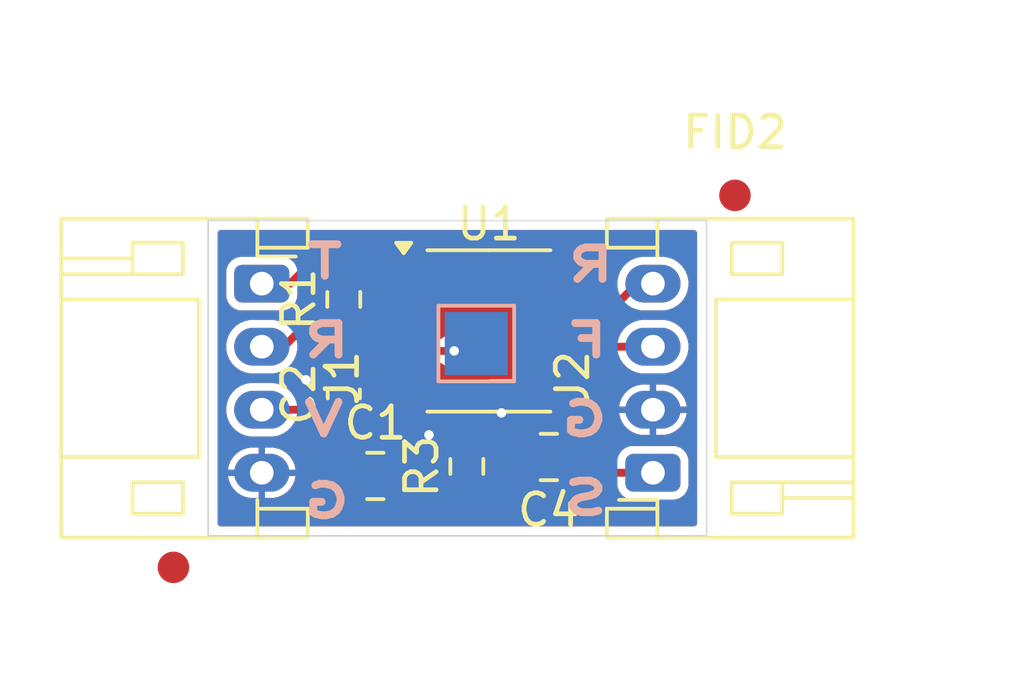
<source format=kicad_pcb>
(kicad_pcb (version 20240108) (generator "pcbnew") (generator_version "8.0")
  (layers (0 "F.Cu" signal) (31 "B.Cu" signal) (34 "B.Paste" user) (35 "F.Paste" user) (36 "B.SilkS" user "B.Silkscreen") (37 "F.SilkS" user "F.Silkscreen") (38 "B.Mask" user) (39 "F.Mask" user) (44 "Edge.Cuts" user))
  (net 0 "")
  (net 1 "+5V")
  (net 2 "GND")
  (net 3 "/OUT_R")
  (net 4 "/OUT_F")
  (net 5 "Net-(J1-Pin_2)")
  (net 6 "/PWM")
  (net 7 "/URX")
  (net 8 "/SWIO")
  (net 9 "Net-(J2-Pin_1)")
  (net 10 "Net-(U1-PA2)")
  (footprint "Package_SO:SOP-8_3.9x4.9mm_P1.27mm" (layer "F.Cu") (at 166.2 108.4)
    (property "Reference" "U1" (at 0 -3.4 360) (layer "F.SilkS"))
    (property "Value" "CH32V003J4M6" (hide yes))
    (fp_line (start 0 -2.559999) (end -1.95 -2.56) (stroke (width 0.12)) (layer "F.SilkS"))
    (fp_line (start 0 -2.559999) (end 1.95 -2.56) (stroke (width 0.12)) (layer "F.SilkS"))
    (fp_line (start 0 2.559999) (end -1.95 2.56) (stroke (width 0.12)) (layer "F.SilkS"))
    (fp_line (start 0 2.559999) (end 1.95 2.56) (stroke (width 0.12)) (layer "F.SilkS"))
    (fp_poly (pts (xy -2.7 -2.465) (xy -2.939999 -2.795) (xy -2.46 -2.795) (xy -2.7 -2.465)) (stroke (width 0.12)) (fill solid) (layer "F.SilkS"))
    (pad "1" smd roundrect (at -2.625 -1.905) (size 1.65 0.6) (layers "F.Cu" "F.Paste" "F.Mask") (net 7 "/URX"))
    (pad "2" smd roundrect (at -2.625 -0.635) (size 1.65 0.6) (layers "F.Cu" "F.Paste" "F.Mask") (net 2 "GND"))
    (pad "3" smd roundrect (at -2.625 0.635) (size 1.65 0.6) (layers "F.Cu" "F.Paste" "F.Mask") (net 10 "Net-(U1-PA2)"))
    (pad "4" smd roundrect (at -2.625 1.905) (size 1.65 0.6) (layers "F.Cu" "F.Paste" "F.Mask") (net 1 "+5V"))
    (pad "5" smd roundrect (at 2.625 1.905) (size 1.65 0.6) (layers "F.Cu" "F.Paste" "F.Mask") (net 6 "/PWM"))
    (pad "6" smd roundrect (at 2.625 0.635) (size 1.65 0.6) (layers "F.Cu" "F.Paste" "F.Mask") (net 4 "/OUT_F"))
    (pad "7" smd roundrect (at 2.625 -0.635) (size 1.65 0.6) (layers "F.Cu" "F.Paste" "F.Mask") (net 3 "/OUT_R"))
    (pad "8" smd roundrect (at 2.625 -1.905) (size 1.65 0.6) (layers "F.Cu" "F.Paste" "F.Mask") (net 8 "/SWIO"))
  )
  (footprint "Capacitor_SMD:C_0805_2012Metric" (layer "F.Cu") (at 168.1 112.4 180)
    (property "Reference" "C4" (at 0 -1.679999 180) (layer "F.SilkS"))
    (property "Value" "10uF")
    (fp_line (start -0.261253 0.735) (end 0.261253 0.735) (stroke (width 0.12)) (layer "F.SilkS"))
    (fp_line (start -0.261253 -0.735) (end 0.261253 -0.735) (stroke (width 0.12)) (layer "F.SilkS"))
    (pad "1" smd roundrect (at -0.949999 0 180) (size 1 1.45) (layers "F.Cu" "F.Paste" "F.Mask") (net 9 "Net-(J2-Pin_1)"))
    (pad "2" smd roundrect (at 0.949999 0 180) (size 1 1.45) (layers "F.Cu" "F.Paste" "F.Mask") (net 2 "GND"))
  )
  (footprint "Fiducial:Fiducial_1mm_Mask2mm" (layer "F.Cu") (at 174 104.1)
    (property "Reference" "FID2" (at 0 -2 0) (layer "F.SilkS"))
    (property "Value" "Fiducial" (hide yes))
    (pad "" smd circle (at 0 0) (size 1 1) (layers "F.Cu" "F.Mask") (clearance 0.5))
  )
  (footprint "Connector_JST:JST_PH_S4B-PH-K_1x04_P2.00mm_Horizontal" (layer "F.Cu") (at 171.4 112.9 90)
    (property "Reference" "J2" (at 3 -2.55 90) (layer "F.SilkS"))
    (property "Value" "Conn_01x03")
    (fp_line (start 8.06 -1.46) (end 7.14 -1.46) (stroke (width 0.12)) (layer "F.SilkS"))
    (fp_line (start 7.14 -1.46) (end 7.14 0.14) (stroke (width 0.12)) (layer "F.SilkS"))
    (fp_line (start -1.14 -1.46) (end -2.06 -1.46) (stroke (width 0.12)) (layer "F.SilkS"))
    (fp_line (start -2.06 -1.46) (end -2.06 6.36) (stroke (width 0.12)) (layer "F.SilkS"))
    (fp_line (start 8.06 0.14) (end 7.14 0.14) (stroke (width 0.12)) (layer "F.SilkS"))
    (fp_line (start 7.14 0.14) (end 6.86 0.14) (stroke (width 0.12)) (layer "F.SilkS"))
    (fp_line (start -0.86 0.14) (end -0.86 -1.075) (stroke (width 0.12)) (layer "F.SilkS"))
    (fp_line (start -0.86 0.14) (end -1.14 0.14) (stroke (width 0.12)) (layer "F.SilkS"))
    (fp_line (start -1.14 0.14) (end -1.14 -1.46) (stroke (width 0.12)) (layer "F.SilkS"))
    (fp_line (start -2.06 0.14) (end -1.14 0.14) (stroke (width 0.12)) (layer "F.SilkS"))
    (fp_line (start 5.5 2) (end 5.5 6.36) (stroke (width 0.12)) (layer "F.SilkS"))
    (fp_line (start 0.5 2) (end 5.5 2) (stroke (width 0.12)) (layer "F.SilkS"))
    (fp_line (start 7.3 2.5) (end 7.3 4.1) (stroke (width 0.12)) (layer "F.SilkS"))
    (fp_line (start 6.3 2.5) (end 7.3 2.5) (stroke (width 0.12)) (layer "F.SilkS"))
    (fp_line (start -0.3 2.5) (end -1.3 2.5) (stroke (width 0.12)) (layer "F.SilkS"))
    (fp_line (start -1.3 2.5) (end -1.3 4.1) (stroke (width 0.12)) (layer "F.SilkS"))
    (fp_line (start 7.3 4.1) (end 6.3 4.1) (stroke (width 0.12)) (layer "F.SilkS"))
    (fp_line (start 6.3 4.1) (end 6.3 2.5) (stroke (width 0.12)) (layer "F.SilkS"))
    (fp_line (start -0.3 4.1) (end -0.3 2.5) (stroke (width 0.12)) (layer "F.SilkS"))
    (fp_line (start -0.3 4.1) (end -0.3 6.36) (stroke (width 0.12)) (layer "F.SilkS"))
    (fp_line (start -0.8 4.1) (end -0.8 6.36) (stroke (width 0.12)) (layer "F.SilkS"))
    (fp_line (start -1.3 4.1) (end -0.3 4.1) (stroke (width 0.12)) (layer "F.SilkS"))
    (fp_line (start 8.06 6.36) (end 8.06 -1.46) (stroke (width 0.12)) (layer "F.SilkS"))
    (fp_line (start 0.5 6.36) (end 0.5 2) (stroke (width 0.12)) (layer "F.SilkS"))
    (fp_line (start -2.06 6.36) (end 8.06 6.36) (stroke (width 0.12)) (layer "F.SilkS"))
    (pad "1" thru_hole roundrect (at 0 0 90) (size 1.2 1.75) (drill 0.75) (layers "*.Cu" "B.Mask") (roundrect_rratio 0.208333) (net 9 "Net-(J2-Pin_1)"))
    (pad "2" thru_hole oval (at 2 0 90) (size 1.2 1.75) (drill 0.75) (layers "*.Cu" "B.Mask") (net 2 "GND"))
    (pad "3" thru_hole oval (at 4 0 90) (size 1.2 1.75) (drill 0.75) (layers "*.Cu" "B.Mask") (net 4 "/OUT_F"))
    (pad "4" thru_hole oval (at 6 0 90) (size 1.2 1.75) (drill 0.75) (layers "*.Cu" "B.Mask") (net 3 "/OUT_R"))
  )
  (footprint "Capacitor_SMD:C_0805_2012Metric" (layer "F.Cu") (at 162.6 113)
    (property "Reference" "C1" (at 0 -1.679999 360) (layer "F.SilkS"))
    (property "Value" "10uF" (hide yes))
    (fp_line (start -0.261253 -0.735) (end 0.261253 -0.735) (stroke (width 0.12)) (layer "F.SilkS"))
    (fp_line (start -0.261253 0.735) (end 0.261253 0.735) (stroke (width 0.12)) (layer "F.SilkS"))
    (pad "1" smd roundrect (at -0.949999 0) (size 1 1.45) (layers "F.Cu" "F.Paste" "F.Mask") (net 1 "+5V"))
    (pad "2" smd roundrect (at 0.949999 0) (size 1 1.45) (layers "F.Cu" "F.Paste" "F.Mask") (net 2 "GND"))
  )
  (footprint "Resistor_SMD:R_0603_1608Metric" (layer "F.Cu") (at 161.6 107.4 90)
    (property "Reference" "R1" (at 0 -1.43 270) (layer "F.SilkS"))
    (property "Value" "4.7k" (hide yes))
    (fp_line (start -0.237258 -0.5225) (end 0.237258 -0.5225) (stroke (width 0.12)) (layer "F.SilkS"))
    (fp_line (start -0.237258 0.5225) (end 0.237258 0.5225) (stroke (width 0.12)) (layer "F.SilkS"))
    (pad "1" smd roundrect (at -0.825 0 90) (size 0.8 0.95) (layers "F.Cu" "F.Paste" "F.Mask") (net 5 "Net-(J1-Pin_2)"))
    (pad "2" smd roundrect (at 0.825 0 90) (size 0.8 0.95) (layers "F.Cu" "F.Paste" "F.Mask") (net 7 "/URX"))
  )
  (footprint "Fiducial:Fiducial_1mm_Mask2mm" (layer "F.Cu") (at 156.2 115.9)
    (property "Reference" "FID1" (hide yes))
    (property "Value" "Fiducial" (hide yes))
    (pad "" smd circle (at 0 0) (size 1 1) (layers "F.Cu" "F.Mask") (clearance 0.5))
  )
  (footprint "Connector_JST:JST_PH_S4B-PH-K_1x04_P2.00mm_Horizontal" (layer "F.Cu") (at 159 106.9 -90)
    (property "Reference" "J1" (at 3 -2.55 -90) (layer "F.SilkS"))
    (property "Value" "Conn_01x03")
    (fp_line (start -2.06 6.36) (end 8.06 6.36) (stroke (width 0.12)) (layer "F.SilkS"))
    (fp_line (start 0.5 6.36) (end 0.5 2) (stroke (width 0.12)) (layer "F.SilkS"))
    (fp_line (start 8.06 6.36) (end 8.06 -1.46) (stroke (width 0.12)) (layer "F.SilkS"))
    (fp_line (start -1.3 4.1) (end -0.3 4.1) (stroke (width 0.12)) (layer "F.SilkS"))
    (fp_line (start -0.8 4.1) (end -0.8 6.36) (stroke (width 0.12)) (layer "F.SilkS"))
    (fp_line (start -0.3 4.1) (end -0.3 6.36) (stroke (width 0.12)) (layer "F.SilkS"))
    (fp_line (start -0.3 4.1) (end -0.3 2.5) (stroke (width 0.12)) (layer "F.SilkS"))
    (fp_line (start 6.3 4.1) (end 6.3 2.5) (stroke (width 0.12)) (layer "F.SilkS"))
    (fp_line (start 7.3 4.1) (end 6.3 4.1) (stroke (width 0.12)) (layer "F.SilkS"))
    (fp_line (start -1.3 2.5) (end -1.3 4.1) (stroke (width 0.12)) (layer "F.SilkS"))
    (fp_line (start -0.3 2.5) (end -1.3 2.5) (stroke (width 0.12)) (layer "F.SilkS"))
    (fp_line (start 6.3 2.5) (end 7.3 2.5) (stroke (width 0.12)) (layer "F.SilkS"))
    (fp_line (start 7.3 2.5) (end 7.3 4.1) (stroke (width 0.12)) (layer "F.SilkS"))
    (fp_line (start 0.5 2) (end 5.5 2) (stroke (width 0.12)) (layer "F.SilkS"))
    (fp_line (start 5.5 2) (end 5.5 6.36) (stroke (width 0.12)) (layer "F.SilkS"))
    (fp_line (start -2.06 0.14) (end -1.14 0.14) (stroke (width 0.12)) (layer "F.SilkS"))
    (fp_line (start -1.14 0.14) (end -1.14 -1.46) (stroke (width 0.12)) (layer "F.SilkS"))
    (fp_line (start -0.86 0.14) (end -1.14 0.14) (stroke (width 0.12)) (layer "F.SilkS"))
    (fp_line (start -0.86 0.14) (end -0.86 -1.075) (stroke (width 0.12)) (layer "F.SilkS"))
    (fp_line (start 7.14 0.14) (end 6.86 0.14) (stroke (width 0.12)) (layer "F.SilkS"))
    (fp_line (start 8.06 0.14) (end 7.14 0.14) (stroke (width 0.12)) (layer "F.SilkS"))
    (fp_line (start -2.06 -1.46) (end -2.06 6.36) (stroke (width 0.12)) (layer "F.SilkS"))
    (fp_line (start -1.14 -1.46) (end -2.06 -1.46) (stroke (width 0.12)) (layer "F.SilkS"))
    (fp_line (start 7.14 -1.46) (end 7.14 0.14) (stroke (width 0.12)) (layer "F.SilkS"))
    (fp_line (start 8.06 -1.46) (end 7.14 -1.46) (stroke (width 0.12)) (layer "F.SilkS"))
    (pad "1" thru_hole roundrect (at 0 0 270) (size 1.2 1.75) (drill 0.75) (layers "*.Cu" "B.Mask") (roundrect_rratio 0.208333) (net 8 "/SWIO"))
    (pad "2" thru_hole oval (at 2 0 270) (size 1.2 1.75) (drill 0.75) (layers "*.Cu" "B.Mask") (net 5 "Net-(J1-Pin_2)"))
    (pad "3" thru_hole oval (at 4 0 270) (size 1.2 1.75) (drill 0.75) (layers "*.Cu" "B.Mask") (net 1 "+5V"))
    (pad "4" thru_hole oval (at 6 0 270) (size 1.2 1.75) (drill 0.75) (layers "*.Cu" "B.Mask") (net 2 "GND"))
  )
  (footprint "Resistor_SMD:R_0603_1608Metric" (layer "F.Cu") (at 165.5 112.7 90)
    (property "Reference" "R3" (at 0 -1.43 270) (layer "F.SilkS"))
    (property "Value" "4.7k" (hide yes))
    (fp_line (start -0.237258 -0.5225) (end 0.237258 -0.5225) (stroke (width 0.12)) (layer "F.SilkS"))
    (fp_line (start -0.237258 0.5225) (end 0.237258 0.5225) (stroke (width 0.12)) (layer "F.SilkS"))
    (pad "1" smd roundrect (at -0.825 0 90) (size 0.8 0.95) (layers "F.Cu" "F.Paste" "F.Mask") (net 9 "Net-(J2-Pin_1)"))
    (pad "2" smd roundrect (at 0.825 0 90) (size 0.8 0.95) (layers "F.Cu" "F.Paste" "F.Mask") (net 6 "/PWM"))
  )
  (footprint "Capacitor_SMD:C_0603_1608Metric" (layer "F.Cu") (at 161.6 110.4 90)
    (property "Reference" "C2" (at 0 -1.43 -90) (layer "F.SilkS"))
    (property "Value" "0.1uF" (hide yes))
    (fp_line (start -0.140581 -0.51) (end 0.140581 -0.51) (stroke (width 0.12)) (layer "F.SilkS"))
    (fp_line (start -0.140581 0.51) (end 0.140581 0.51) (stroke (width 0.12)) (layer "F.SilkS"))
    (pad "1" smd roundrect (at -0.775 0 90) (size 0.9 0.95) (layers "F.Cu" "F.Paste" "F.Mask") (net 1 "+5V"))
    (pad "2" smd roundrect (at 0.775 0 90) (size 0.9 0.95) (layers "F.Cu" "F.Paste" "F.Mask") (net 2 "GND"))
  )
  (footprint "TestPoint:TestPoint_Pad_2.0x2.0mm" (layer "B.Cu") (at 165.8 108.8 180)
    (property "Reference" "TP1" (hide yes))
    (property "Value" "TestPoint" (hide yes))
    (fp_line (start 1.2 1.2) (end -1.2 1.2) (stroke (width 0.12)) (layer "B.SilkS"))
    (fp_line (start 1.2 -1.2) (end 1.2 1.2) (stroke (width 0.12)) (layer "B.SilkS"))
    (fp_line (start -1.2 1.2) (end -1.2 -1.2) (stroke (width 0.12)) (layer "B.SilkS"))
    (fp_line (start -1.2 -1.2) (end 1.2 -1.2) (stroke (width 0.12)) (layer "B.SilkS"))
    (pad "1" smd rect (at 0 0 180) (size 2 2) (layers "B.Cu" "B.Mask") (net 10 "Net-(U1-PA2)"))
  )
  (gr_rect (start 157.3 104.9) (end 173.1 114.9) (stroke (width 0.05)) (fill none) (layer "Edge.Cuts"))
  (gr_text "R" (at 160.2 108.7 0) (layer "B.SilkS") (effects (font (size 1 1.4) (thickness 0.25) (bold yes)) (justify right mirror)))
  (gr_text "T" (at 160.3 106.2 0) (layer "B.SilkS") (effects (font (size 1 1.4) (thickness 0.25) (bold yes)) (justify right mirror)))
  (gr_text "V" (at 160.2 111.2 0) (layer "B.SilkS") (effects (font (size 1 1.4) (thickness 0.25) (bold yes)) (justify right mirror)))
  (gr_text "S" (at 170.1 113.7 0) (layer "B.SilkS") (effects (font (size 1 1.4) (thickness 0.25) (bold yes)) (justify left mirror)))
  (gr_text "G" (at 170.1 111.2 0) (layer "B.SilkS") (effects (font (size 1 1.4) (thickness 0.25) (bold yes)) (justify left mirror)))
  (gr_text "F" (at 170.1 108.7 0) (layer "B.SilkS") (effects (font (size 1 1.4) (thickness 0.25) (bold yes)) (justify left mirror)))
  (gr_text "R" (at 170.3 106.3 0) (layer "B.SilkS") (effects (font (size 1 1.4) (thickness 0.25) (bold yes)) (justify left mirror)))
  (gr_text "G" (at 160.2 113.8 0) (layer "B.SilkS") (effects (font (size 1 1.4) (thickness 0.25) (bold yes)) (justify right mirror)))
  (segment (start 163.8 110.9) (end 163.8 110.5) (width 0.25) (layer "F.Cu") (net 1))
  (segment (start 161.6 111.175) (end 161.625 111.2) (width 0.25) (layer "F.Cu") (net 1))
  (segment (start 159 110.9) (end 160.2 110.9) (width 0.25) (layer "F.Cu") (net 1))
  (segment (start 161.650001 113) (end 161.650001 111.225001) (width 0.25) (layer "F.Cu") (net 1))
  (segment (start 160.2 110.9) (end 160.475 111.175) (width 0.25) (layer "F.Cu") (net 1))
  (segment (start 160.475 111.175) (end 161.6 111.175) (width 0.25) (layer "F.Cu") (net 1))
  (segment (start 161.650001 111.225001) (end 161.6 111.175) (width 0.25) (layer "F.Cu") (net 1))
  (segment (start 163.8 110.5) (end 163.6 110.3) (width 0.25) (layer "F.Cu") (net 1))
  (segment (start 161.625 111.2) (end 163.5 111.2) (width 0.25) (layer "F.Cu") (net 1))
  (segment (start 163.5 111.2) (end 163.8 110.9) (width 0.25) (layer "F.Cu") (net 1))
  (via (at 166.6 111) (size 0.6) (drill 0.3) (layers "F.Cu" "B.Cu") (net 2))
  (via (at 164.3 111.7) (size 0.6) (drill 0.3) (layers "F.Cu" "B.Cu") (net 2))
  (via (at 160.4 109.95) (size 0.6) (drill 0.3) (layers "F.Cu" "B.Cu") (net 2))
  (segment (start 170.035 107.765) (end 170.9 106.9) (width 0.25) (layer "F.Cu") (net 3))
  (segment (start 168.825 107.765) (end 170.035 107.765) (width 0.25) (layer "F.Cu") (net 3))
  (segment (start 170.9 106.9) (end 171.4 106.9) (width 0.25) (layer "F.Cu") (net 3))
  (segment (start 170.065 109.035) (end 170.2 108.9) (width 0.25) (layer "F.Cu") (net 4))
  (segment (start 168.825 109.035) (end 170.065 109.035) (width 0.25) (layer "F.Cu") (net 4))
  (segment (start 170.2 108.9) (end 171.4 108.9) (width 0.25) (layer "F.Cu") (net 4))
  (segment (start 159.7 108.9) (end 159 108.9) (width 0.25) (layer "F.Cu") (net 5))
  (segment (start 160.375 108.225) (end 159.7 108.9) (width 0.25) (layer "F.Cu") (net 5))
  (segment (start 161.6 108.225) (end 160.375 108.225) (width 0.25) (layer "F.Cu") (net 5))
  (segment (start 165.5 111.1) (end 166.295 110.305) (width 0.25) (layer "F.Cu") (net 6))
  (segment (start 165.5 111.875) (end 165.5 111.1) (width 0.25) (layer "F.Cu") (net 6))
  (segment (start 166.295 110.305) (end 168.825 110.305) (width 0.25) (layer "F.Cu") (net 6))
  (segment (start 163.575 106.495) (end 163.495 106.575) (width 0.25) (layer "F.Cu") (net 7))
  (segment (start 163.495 106.575) (end 161.6 106.575) (width 0.25) (layer "F.Cu") (net 7))
  (segment (start 165.695 106.495) (end 165 105.8) (width 0.25) (layer "F.Cu") (net 8))
  (segment (start 168.825 106.495) (end 165.695 106.495) (width 0.25) (layer "F.Cu") (net 8))
  (segment (start 159.9 106.9) (end 159 106.9) (width 0.25) (layer "F.Cu") (net 8))
  (segment (start 165 105.8) (end 161 105.8) (width 0.25) (layer "F.Cu") (net 8))
  (segment (start 161 105.8) (end 159.9 106.9) (width 0.25) (layer "F.Cu") (net 8))
  (segment (start 171.4 112.9) (end 170.2 112.9) (width 0.25) (layer "F.Cu") (net 9))
  (segment (start 169.7 112.4) (end 169.049999 112.4) (width 0.25) (layer "F.Cu") (net 9))
  (segment (start 170.2 112.9) (end 169.7 112.4) (width 0.25) (layer "F.Cu") (net 9))
  (segment (start 165.5 113.525) (end 167.924999 113.525) (width 0.25) (layer "F.Cu") (net 9))
  (segment (start 167.924999 113.525) (end 169.049999 112.4) (width 0.25) (layer "F.Cu") (net 9))
  (segment (start 165.1 109.035) (end 163.575 109.035) (width 0.25) (layer "F.Cu") (net 10))
  (via (at 165.1 109.035) (size 0.6) (drill 0.3) (layers "F.Cu" "B.Cu") (net 10))
  (zone (net 0) (net_name "") (layer "F.Cu") (name "GND") (connect_pads (clearance 0)) (min_thickness 0.25)
    (keepout (tracks allowed) (vias allowed) (pads allowed) (copperpour not_allowed) (footprints allowed))
    (fill (thermal_gap 0.25) (thermal_bridge_width 0.25) (island_removal_mode 1) (island_area_min 20))
    (polygon (pts (xy 162 118.9) (xy 163 118.9) (xy 163 119.6) (xy 162 119.6)))
  )
  (zone (net 0) (net_name "") (layer "F.Cu") (name "GND") (connect_pads (clearance 0)) (min_thickness 0.25)
    (keepout (tracks allowed) (vias allowed) (pads allowed) (copperpour not_allowed) (footprints allowed))
    (fill (thermal_gap 0.25) (thermal_bridge_width 0.25) (island_removal_mode 1) (island_area_min 20))
    (polygon (pts (xy 164 118.9) (xy 165 118.9) (xy 165 119.6) (xy 164 119.6)))
  )
  (zone (net 2) (net_name "GND") (layers "F&B.Cu") (name "GND") (connect_pads (clearance 0.19)) (min_thickness 0.19) (fill yes (thermal_gap 0.2) (thermal_bridge_width 0.2) (island_removal_mode 1) (island_area_min 20))
    (polygon (pts (xy 176 102) (xy 176 118) (xy 154.2 118) (xy 154.2 102)))
  )
)
</source>
